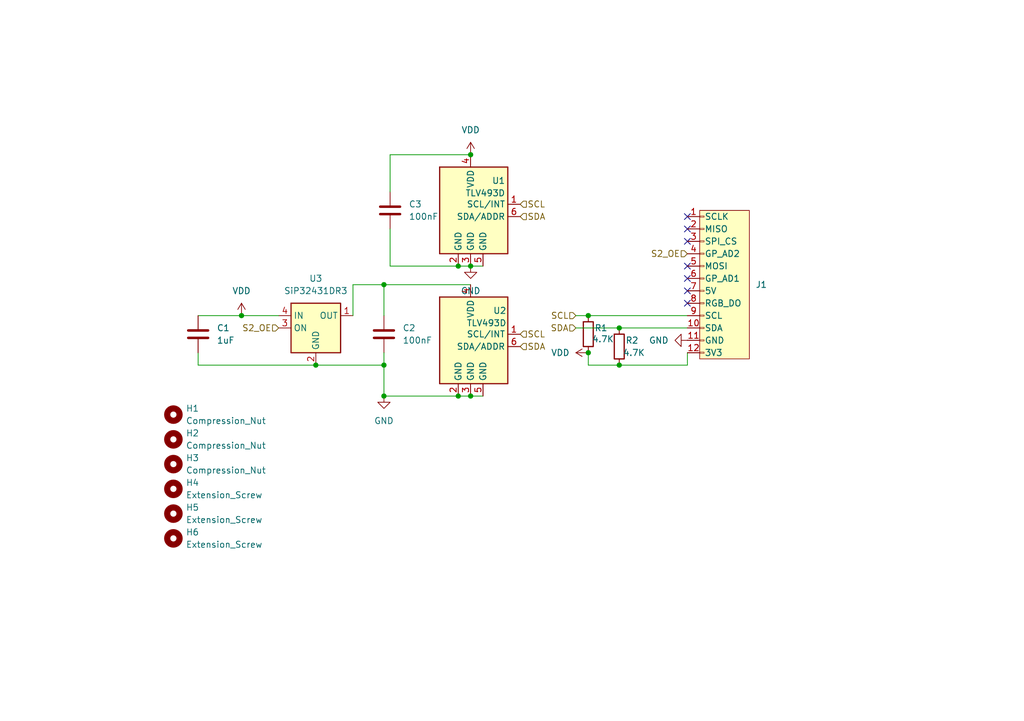
<source format=kicad_sch>
(kicad_sch (version 20231120) (generator "eeschema") (generator_version "8.0")
  (paper "A5")
  (title_block (title "6D CAD Mouse Schematic") (date "2024-06-16") (rev "V0.1"))
  (lib_symbols
    (symbol "Device:C" (pin_numbers hide) (pin_names (offset 0.254))
      (property "Reference" "C" (at 0.635 2.54 0))
      (property "Value" "C" (at 0.635 -2.54 0))
      (symbol "C_0_1"
        (polyline (pts (xy -2.032 -0.762) (xy 2.032 -0.762)) (stroke (width 0.508)))
        (polyline (pts (xy -2.032 0.762) (xy 2.032 0.762)) (stroke (width 0.508)))
      )
      (symbol "C_1_1"
        (pin passive line (at 0 3.81 270) (length 2.794) (name "~") (number "1"))
        (pin passive line (at 0 -3.81 90) (length 2.794) (name "~") (number "2"))
      )
    )
    (symbol "Device:R" (pin_numbers hide) (pin_names (offset 0))
      (property "Reference" "R" (at 2.032 0 90))
      (property "Value" "R" (at 0 0 90))
      (symbol "R_0_1"
        (rectangle (start -1.016 -2.54) (end 1.016 2.54) (stroke (width 0.254)))
      )
      (symbol "R_1_1"
        (pin passive line (at 0 3.81 270) (length 1.27) (name "~") (number "1"))
        (pin passive line (at 0 -3.81 90) (length 1.27) (name "~") (number "2"))
      )
    )
    (symbol "Mechanical:MountingHole" (pin_names (offset 1.016)) (exclude_from_sim yes) (in_bom no)
      (property "Reference" "H" (at 0 5.08 0))
      (property "Value" "MountingHole" (at 0 3.175 0))
      (symbol "MountingHole_0_1"
        (circle (center 0 0) (radius 1.27) (stroke (width 1.27)))
      )
    )
    (symbol "Power_Management:SiP32431DR3"
      (property "Reference" "U" (at 0 8.89 0))
      (property "Value" "SiP32431DR3" (at 0 6.35 0))
      (symbol "SiP32431DR3_0_1"
        (rectangle (start -5.08 5.08) (end 5.08 -5.08) (stroke (width 0.254)) (fill (type background)))
      )
      (symbol "SiP32431DR3_1_1"
        (pin passive line (at 7.62 2.54 180) (length 2.54) (name "OUT") (number "1"))
        (pin power_in line (at 0 -7.62 90) (length 2.54) (name "GND") (number "2"))
        (pin input line (at -7.62 0 0) (length 2.54) (name "ON") (number "3"))
        (pin passive line (at -7.62 2.54 0) (length 2.54) (name "IN") (number "4"))
        (pin passive line (at 0 -7.62 90) (length 2.54) hide (name "GND") (number "5"))
        (pin no_connect line (at 5.08 0 180) (length 2.54) hide (name "NC") (number "6"))
      )
    )
    (symbol "Sensor_Magnetic:TLV493D"
      (property "Reference" "U" (at -6.35 11.43 0))
      (property "Value" "TLV493D" (at 5.08 11.43 0))
      (symbol "TLV493D_0_1"
        (rectangle (start -7.62 10.16) (end 6.35 -7.62) (stroke (width 0.254)) (fill (type background)))
      )
      (symbol "TLV493D_1_1"
        (pin bidirectional line (at -10.16 2.54 0) (length 2.54) (name "SCL/INT") (number "1"))
        (pin power_in line (at 2.54 -10.16 90) (length 2.54) (name "GND") (number "2"))
        (pin power_in line (at 0 -10.16 90) (length 2.54) (name "GND") (number "3"))
        (pin power_in line (at 0 12.7 270) (length 2.54) (name "VDD") (number "4"))
        (pin power_in line (at -2.54 -10.16 90) (length 2.54) (name "GND") (number "5"))
        (pin bidirectional line (at -10.16 0 0) (length 2.54) (name "SDA/ADDR") (number "6"))
      )
    )
    (symbol "power:GND" (power) (pin_numbers hide) (pin_names (offset 0) hide)
      (property "Value" "GND" (at 0 -3.81 0))
      (symbol "GND_0_1"
        (polyline (pts (xy 0 0) (xy 0 -1.27) (xy 1.27 -1.27) (xy 0 -2.54) (xy -1.27 -1.27) (xy 0 -1.27)))
      )
      (symbol "GND_1_1"
        (pin power_in line (at 0 0 270) (length 0) (name "~") (number "1"))
      )
    )
    (symbol "power:VDD" (power) (pin_numbers hide) (pin_names (offset 0) hide)
      (property "Value" "VDD" (at 0 3.556 0))
      (symbol "VDD_0_1"
        (polyline (pts (xy -0.762 1.27) (xy 0 2.54)))
        (polyline (pts (xy 0 0) (xy 0 2.54)))
        (polyline (pts (xy 0 2.54) (xy 0.762 1.27)))
      )
      (symbol "VDD_1_1"
        (pin power_in line (at 0 0 90) (length 0) (name "~") (number "1"))
      )
    )
    (symbol "vik:vik-module-connector" (pin_names (offset 1))
      (property "Reference" "J" (at 0 15.875 0))
      (symbol "vik-module-connector_1_1"
        (rectangle (start -5.08 13.97) (end 5.08 -16.51) (fill (type background)))
        (rectangle (start -5.0546 -15.113) (end -4.191 -15.367) (stroke (width 0.1)))
        (rectangle (start -5.0546 -12.573) (end -4.191 -12.827) (stroke (width 0.1)))
        (rectangle (start -5.0546 -10.033) (end -4.191 -10.287) (stroke (width 0.1)))
        (rectangle (start -5.0546 -7.493) (end -4.191 -7.747) (stroke (width 0.1)))
        (rectangle (start -5.0546 -4.953) (end -4.191 -5.207) (stroke (width 0.1)))
        (rectangle (start -5.0546 -2.413) (end -4.191 -2.667) (stroke (width 0.1)))
        (rectangle (start -5.0546 0.127) (end -4.191 -0.127) (stroke (width 0.1)))
        (rectangle (start -5.0546 2.667) (end -4.191 2.413) (stroke (width 0.1)))
        (rectangle (start -5.0546 5.207) (end -4.191 4.953) (stroke (width 0.1)))
        (rectangle (start -5.0546 7.747) (end -4.191 7.493) (stroke (width 0.1)))
        (rectangle (start -5.0546 10.287) (end -4.191 10.033) (stroke (width 0.1)))
        (rectangle (start -5.0546 12.827) (end -4.191 12.573) (stroke (width 0.1)))
        (pin output line (at -7.62 12.7 0) (length 2.54) (name "SCLK") (number "1"))
        (pin bidirectional line (at -7.62 -10.16 0) (length 2.54) (name "SDA") (number "10"))
        (pin power_out line (at -7.62 -12.7 0) (length 2.54) (name "GND") (number "11"))
        (pin power_out line (at -7.62 -15.24 0) (length 2.54) (name "3V3") (number "12"))
        (pin tri_state line (at -7.62 10.16 0) (length 2.54) (name "MISO") (number "2"))
        (pin output line (at -7.62 7.62 0) (length 2.54) (name "SPI_CS") (number "3"))
        (pin bidirectional line (at -7.62 5.08 0) (length 2.54) (name "GP_AD2") (number "4"))
        (pin output line (at -7.62 2.54 0) (length 2.54) (name "MOSI") (number "5"))
        (pin bidirectional line (at -7.62 0 0) (length 2.54) (name "GP_AD1") (number "6"))
        (pin power_out line (at -7.62 -2.54 0) (length 2.54) (name "5V") (number "7"))
        (pin output line (at -7.62 -5.08 0) (length 2.54) (name "RGB_DO") (number "8"))
        (pin bidirectional line (at -7.62 -7.62 0) (length 2.54) (name "SCL") (number "9"))
      )
    )
  )
  (junction (at 93.98 54.61))
  (junction (at 96.52 54.61))
  (junction (at 49.53 64.77))
  (junction (at 120.65 72.39))
  (junction (at 78.74 81.28))
  (junction (at 93.98 81.28))
  (junction (at 96.52 31.75))
  (junction (at 127 74.93))
  (junction (at 78.74 74.93))
  (junction (at 64.77 74.93))
  (junction (at 78.74 58.42))
  (junction (at 127 67.31))
  (junction (at 96.52 81.28))
  (junction (at 120.65 64.77))
  (no_connect (at 140.97 44.45))
  (no_connect (at 140.97 54.61))
  (no_connect (at 140.97 49.53))
  (no_connect (at 140.97 57.15))
  (no_connect (at 140.97 59.69))
  (no_connect (at 140.97 46.99))
  (no_connect (at 140.97 62.23))
  (wire (pts (xy 80.01 39.37) (xy 80.01 31.75)))
  (wire (pts (xy 78.74 58.42) (xy 78.74 64.77)))
  (wire (pts (xy 78.74 72.39) (xy 78.74 74.93)))
  (wire (pts (xy 120.65 74.93) (xy 127 74.93)))
  (wire (pts (xy 49.53 64.77) (xy 57.15 64.77)))
  (wire (pts (xy 72.39 58.42) (xy 78.74 58.42)))
  (wire (pts (xy 64.77 74.93) (xy 78.74 74.93)))
  (wire (pts (xy 40.64 64.77) (xy 49.53 64.77)))
  (wire (pts (xy 80.01 46.99) (xy 80.01 54.61)))
  (wire (pts (xy 99.06 81.28) (xy 96.52 81.28)))
  (wire (pts (xy 99.06 54.61) (xy 96.52 54.61)))
  (wire (pts (xy 118.11 67.31) (xy 127 67.31)))
  (wire (pts (xy 78.74 81.28) (xy 93.98 81.28)))
  (wire (pts (xy 96.52 54.61) (xy 93.98 54.61)))
  (wire (pts (xy 127 67.31) (xy 140.97 67.31)))
  (wire (pts (xy 40.64 74.93) (xy 64.77 74.93)))
  (wire (pts (xy 96.52 81.28) (xy 93.98 81.28)))
  (wire (pts (xy 120.65 64.77) (xy 140.97 64.77)))
  (wire (pts (xy 40.64 72.39) (xy 40.64 74.93)))
  (wire (pts (xy 72.39 64.77) (xy 72.39 58.42)))
  (wire (pts (xy 78.74 74.93) (xy 78.74 81.28)))
  (wire (pts (xy 140.97 74.93) (xy 140.97 72.39)))
  (wire (pts (xy 80.01 31.75) (xy 96.52 31.75)))
  (wire (pts (xy 140.97 74.93) (xy 127 74.93)))
  (wire (pts (xy 118.11 64.77) (xy 120.65 64.77)))
  (wire (pts (xy 78.74 58.42) (xy 96.52 58.42)))
  (wire (pts (xy 80.01 54.61) (xy 93.98 54.61)))
  (wire (pts (xy 120.65 72.39) (xy 120.65 74.93)))
  (hierarchical_label "S2_OE" (shape input) (at 57.15 67.31 180))
  (hierarchical_label "SDA" (shape input) (at 118.11 67.31 180))
  (hierarchical_label "S2_OE" (shape input) (at 140.97 52.07 180))
  (hierarchical_label "SCL" (shape input) (at 106.68 41.91 0))
  (hierarchical_label "SDA" (shape input) (at 106.68 71.12 0))
  (hierarchical_label "SCL" (shape input) (at 106.68 68.58 0))
  (hierarchical_label "SDA" (shape input) (at 106.68 44.45 0))
  (hierarchical_label "SCL" (shape input) (at 118.11 64.77 180))
  (symbol (lib_id "Mechanical:MountingHole") (at 35.56 85.09 0) (unit 1) (exclude_from_sim yes) (in_bom no)
    (property "Reference" "H1" (at 38.1 83.8199 0) (effects (justify left)))
    (property "Value" "Compression_Nut" (at 38.1 86.3599 0) (effects (justify left)))
    (property "Footprint" "vik:MountingHole_M2_Pad_NonPTH_TopOnly" (effects (hide yes)))
    (property "Description" "Mounting Hole without connection" (effects (hide yes)))
  )
  (symbol (lib_id "Device:R") (at 120.65 68.58 0) (unit 1)
    (property "Reference" "R1" (at 121.92 67.31 0) (effects (justify left)))
    (property "Value" "4.7K" (at 121.412 69.596 0) (effects (justify left)))
    (property "Footprint" "Resistor_SMD:R_0603_1608Metric_Pad0.98x0.95mm_HandSolder" (effects (hide yes)))
    (property "Description" "Resistor" (effects (hide yes)))
  )
  (symbol (lib_id "power:GND") (at 78.74 81.28 0) (unit 1)
    (property "Reference" "#PWR05" (effects (hide yes)))
    (property "Value" "GND" (at 78.74 86.36 0))
    (property "Description" "Power symbol creates a global label with name \"GND\" , ground" (effects (hide yes)))
  )
  (symbol (lib_id "Sensor_Magnetic:TLV493D") (at 96.52 71.12 0) (mirror y) (unit 1)
    (property "Reference" "U2" (at 103.886 63.754 0) (effects (justify left)))
    (property "Value" "TLV493D" (at 103.886 66.294 0) (effects (justify left)))
    (property "Footprint" "Package_TO_SOT_SMD:SOT-23-6" (effects (hide yes)))
    (property "Datasheet" "http://www.infineon.com/dgdl/Infineon-TLV493D-A1B6-DS-v01_00-EN.pdf?fileId=5546d462525dbac40152a6b85c760e80" (effects (hide yes)))
    (property "Description" "Low power 3D magnetic sensor, I2C interface, SOT-23-6" (effects (hide yes)))
  )
  (symbol (lib_id "vik:vik-module-connector") (at 148.59 57.15 0) (unit 1)
    (property "Reference" "J1" (at 154.94 58.4199 0) (effects (justify left)))
    (property "Value" "vik-module-connector" (effects (hide yes)))
    (property "Footprint" "vik:vik-module-connector-horizontal" (effects (hide yes)))
  )
  (symbol (lib_id "Device:C") (at 80.01 43.18 0) (unit 1)
    (property "Reference" "C3" (at 83.82 41.9099 0) (effects (justify left)))
    (property "Value" "100nF" (at 83.82 44.4499 0) (effects (justify left)))
    (property "Footprint" "Capacitor_SMD:C_0603_1608Metric_Pad1.08x0.95mm_HandSolder" (effects (hide yes)))
    (property "Description" "Unpolarized capacitor" (effects (hide yes)))
  )
  (symbol (lib_id "power:VDD") (at 96.52 31.75 0) (mirror y) (unit 1)
    (property "Reference" "#PWR04" (effects (hide yes)))
    (property "Value" "VDD" (at 96.52 26.67 0))
    (property "Description" "Power symbol creates a global label with name \"VDD\"" (effects (hide yes)))
  )
  (symbol (lib_id "Device:C") (at 40.64 68.58 0) (unit 1)
    (property "Reference" "C1" (at 44.45 67.3099 0) (effects (justify left)))
    (property "Value" "1uF" (at 44.45 69.8499 0) (effects (justify left)))
    (property "Footprint" "Capacitor_SMD:C_0603_1608Metric_Pad1.08x0.95mm_HandSolder" (effects (hide yes)))
    (property "Description" "Unpolarized capacitor" (effects (hide yes)))
  )
  (symbol (lib_id "power:VDD") (at 49.53 64.77 0) (mirror y) (unit 1)
    (property "Reference" "#PWR02" (effects (hide yes)))
    (property "Value" "VDD" (at 49.53 59.69 0))
    (property "Description" "Power symbol creates a global label with name \"VDD\"" (effects (hide yes)))
  )
  (symbol (lib_id "power:GND") (at 96.52 54.61 0) (unit 1)
    (property "Reference" "#PWR06" (effects (hide yes)))
    (property "Value" "GND" (at 96.52 59.69 0))
    (property "Description" "Power symbol creates a global label with name \"GND\" , ground" (effects (hide yes)))
  )
  (symbol (lib_id "Mechanical:MountingHole") (at 35.56 90.17 0) (unit 1) (exclude_from_sim yes) (in_bom no)
    (property "Reference" "H2" (at 38.1 88.8999 0) (effects (justify left)))
    (property "Value" "Compression_Nut" (at 38.1 91.4399 0) (effects (justify left)))
    (property "Footprint" "vik:MountingHole_M2_Pad_NonPTH_TopOnly" (effects (hide yes)))
    (property "Description" "Mounting Hole without connection" (effects (hide yes)))
  )
  (symbol (lib_id "Mechanical:MountingHole") (at 35.56 105.41 0) (unit 1) (exclude_from_sim yes) (in_bom no)
    (property "Reference" "H5" (at 38.1 104.1399 0) (effects (justify left)))
    (property "Value" "Extension_Screw" (at 38.1 106.6799 0) (effects (justify left)))
    (property "Footprint" "MountingHole:MountingHole_2.2mm_M2_DIN965_Pad" (effects (hide yes)))
    (property "Description" "Mounting Hole without connection" (effects (hide yes)))
  )
  (symbol (lib_id "Device:R") (at 127 71.12 0) (unit 1)
    (property "Reference" "R2" (at 128.27 69.85 0) (effects (justify left)))
    (property "Value" "4.7K" (at 127.762 72.39 0) (effects (justify left)))
    (property "Footprint" "Resistor_SMD:R_0603_1608Metric_Pad0.98x0.95mm_HandSolder" (effects (hide yes)))
    (property "Description" "Resistor" (effects (hide yes)))
  )
  (symbol (lib_id "Device:C") (at 78.74 68.58 0) (unit 1)
    (property "Reference" "C2" (at 82.55 67.3099 0) (effects (justify left)))
    (property "Value" "100nF" (at 82.55 69.8499 0) (effects (justify left)))
    (property "Footprint" "Capacitor_SMD:C_0603_1608Metric_Pad1.08x0.95mm_HandSolder" (effects (hide yes)))
    (property "Description" "Unpolarized capacitor" (effects (hide yes)))
  )
  (symbol (lib_id "Mechanical:MountingHole") (at 35.56 100.33 0) (unit 1) (exclude_from_sim yes) (in_bom no)
    (property "Reference" "H4" (at 38.1 99.0599 0) (effects (justify left)))
    (property "Value" "Extension_Screw" (at 38.1 101.5999 0) (effects (justify left)))
    (property "Footprint" "MountingHole:MountingHole_2.2mm_M2_DIN965_Pad" (effects (hide yes)))
    (property "Description" "Mounting Hole without connection" (effects (hide yes)))
  )
  (symbol (lib_id "Mechanical:MountingHole") (at 35.56 110.49 0) (unit 1) (exclude_from_sim yes) (in_bom no)
    (property "Reference" "H6" (at 38.1 109.2199 0) (effects (justify left)))
    (property "Value" "Extension_Screw" (at 38.1 111.7599 0) (effects (justify left)))
    (property "Footprint" "MountingHole:MountingHole_2.2mm_M2_DIN965_Pad" (effects (hide yes)))
    (property "Description" "Mounting Hole without connection" (effects (hide yes)))
  )
  (symbol (lib_id "Power_Management:SiP32431DR3") (at 64.77 67.31 0) (unit 1)
    (property "Reference" "U3" (at 64.77 57.15 0))
    (property "Value" "SiP32431DR3" (at 64.77 59.69 0))
    (property "Footprint" "Package_TO_SOT_SMD:SOT-363_SC-70-6" (effects (hide yes)))
    (property "Datasheet" "http://www.vishay.com.hk/docs/66597/sip32431.pdf" (effects (hide yes)))
    (property "Description" "10 pA, Ultra Low Leakage and Quiescent Current, Load Switch with Reverse Blocking, High Enable, SC-70-6" (effects (hide yes)))
  )
  (symbol (lib_id "Sensor_Magnetic:TLV493D") (at 96.52 44.45 0) (mirror y) (unit 1)
    (property "Reference" "U1" (at 103.632 37.084 0) (effects (justify left)))
    (property "Value" "TLV493D" (at 103.632 39.624 0) (effects (justify left)))
    (property "Footprint" "Package_TO_SOT_SMD:SOT-23-6" (effects (hide yes)))
    (property "Datasheet" "http://www.infineon.com/dgdl/Infineon-TLV493D-A1B6-DS-v01_00-EN.pdf?fileId=5546d462525dbac40152a6b85c760e80" (effects (hide yes)))
    (property "Description" "Low power 3D magnetic sensor, I2C interface, SOT-23-6" (effects (hide yes)))
  )
  (symbol (lib_id "power:VDD") (at 120.65 72.39 90) (unit 1)
    (property "Reference" "#PWR03" (effects (hide yes)))
    (property "Value" "VDD" (at 116.84 72.3899 90) (effects (justify left)))
    (property "Description" "Power symbol creates a global label with name \"VDD\"" (effects (hide yes)))
  )
  (symbol (lib_id "Mechanical:MountingHole") (at 35.56 95.25 0) (unit 1) (exclude_from_sim yes) (in_bom no)
    (property "Reference" "H3" (at 38.1 93.9799 0) (effects (justify left)))
    (property "Value" "Compression_Nut" (at 38.1 96.5199 0) (effects (justify left)))
    (property "Footprint" "vik:MountingHole_M2_Pad_NonPTH_TopOnly" (effects (hide yes)))
    (property "Description" "Mounting Hole without connection" (effects (hide yes)))
  )
  (symbol (lib_id "power:GND") (at 140.97 69.85 270) (unit 1)
    (property "Reference" "#PWR01" (effects (hide yes)))
    (property "Value" "GND" (at 137.16 69.8499 90) (effects (justify right)))
    (property "Description" "Power symbol creates a global label with name \"GND\" , ground" (effects (hide yes)))
  )
)
</source>
